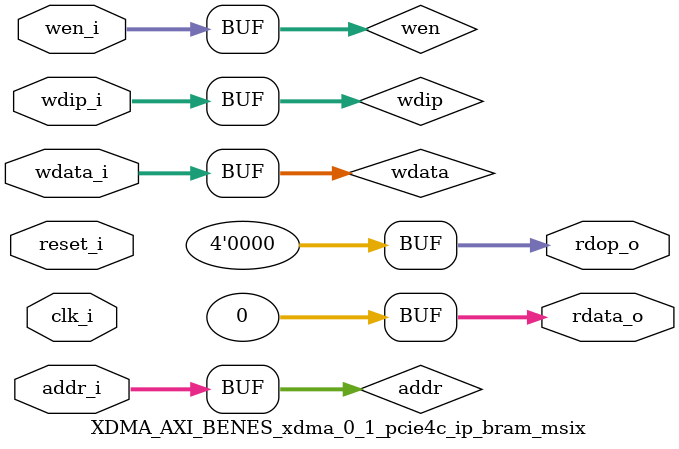
<source format=v>
`timescale 1ps/1ps

(* DowngradeIPIdentifiedWarnings = "yes" *)
module XDMA_AXI_BENES_xdma_0_1_pcie4c_ip_bram_msix #(

  parameter           TCQ = 100
, parameter           TO_RAM_PIPELINE="FALSE"
, parameter           FROM_RAM_PIPELINE="FALSE"
, parameter           MSIX_CAP_TABLE_SIZE=11'h0
, parameter           MSIX_TABLE_RAM_ENABLE="FALSE"

  ) (

  input  wire         clk_i,
  input  wire         reset_i,

  input  wire  [12:0] addr_i,
  input  wire  [31:0] wdata_i,
  input  wire   [3:0] wdip_i,
  input  wire   [3:0] wen_i,
  output wire  [31:0] rdata_o,
  output wire   [3:0] rdop_o

  );

  // WIP : Use Total number of functions (PFs + VFs) to calculate the NUM_BRAM_4K
  localparam integer NUM_BRAM_4K = (MSIX_TABLE_RAM_ENABLE == "TRUE") ? 8 : 0 ;
 

  reg          [12:0] addr;
  reg          [12:0] addr_p0;
  reg          [12:0] addr_p1;
  reg          [31:0] wdata;
  reg           [3:0] wdip;
  reg           [3:0] wen;
  reg          [31:0] reg_rdata;
  reg           [3:0] reg_rdop;
  wire         [31:0] rdata;
  wire          [3:0] rdop;
  genvar              i;
  wire    [(8*4)-1:0] bram_4k_wen;
  wire   [(8*32)-1:0] rdata_t;
  wire    [(8*4)-1:0] rdop_t;

  //
  // Optional input pipe stages
  //
  generate

    if (TO_RAM_PIPELINE == "TRUE") begin : TORAMPIPELINE

      always @(posedge clk_i) begin
     
        if (reset_i) begin

          addr <= #(TCQ) 13'b0;
          wdata <= #(TCQ) 32'b0;
          wdip <= #(TCQ) 4'b0;
          wen <= #(TCQ) 4'b0;

        end else begin

          addr <= #(TCQ) addr_i;
          wdata <= #(TCQ) wdata_i;
          wdip <= #(TCQ) wdip_i;
          wen <= #(TCQ) wen_i;

        end

      end

    end else begin : NOTORAMPIPELINE

      always @(*) begin

          addr = addr_i;
          wdata = wdata_i;
          wdip = wdip_i;
          wen = wen_i;

      end


    end

  endgenerate

  // 
  // Address pipeline
  //
  always @(posedge clk_i) begin
     
    if (reset_i) begin

      addr_p0 <= #(TCQ) 13'b0;
      addr_p1 <= #(TCQ) 13'b0;

    end else begin

      addr_p0 <= #(TCQ) addr;
      addr_p1 <= #(TCQ) addr_p0;

    end

  end

  //
  // Optional output pipe stages
  //
  generate

    if (FROM_RAM_PIPELINE == "TRUE") begin : FRMRAMPIPELINE


      always @(posedge clk_i) begin
     
        if (reset_i) begin

          reg_rdata <= #(TCQ) 32'b0;
          reg_rdop <= #(TCQ) 4'b0;

        end else begin

          case (addr_p1[12:10]) 
            3'b000 : begin
              reg_rdata <= #(TCQ) rdata_t[(32*(0))+31:(32*(0))+0];
              reg_rdop <= #(TCQ) rdop_t[(4*(0))+3:(4*(0))+0];
            end
            3'b001 : begin
              reg_rdata <= #(TCQ) rdata_t[(32*(1))+31:(32*(1))+0];
              reg_rdop <= #(TCQ) rdop_t[(4*(1))+3:(4*(1))+0];
            end
            3'b010 : begin
              reg_rdata <= #(TCQ) rdata_t[(32*(2))+31:(32*(2))+0];
              reg_rdop <= #(TCQ) rdop_t[(4*(2))+3:(4*(2))+0];
            end
            3'b011 : begin
              reg_rdata <= #(TCQ) rdata_t[(32*(3))+31:(32*(3))+0];
              reg_rdop <= #(TCQ) rdop_t[(4*(3))+3:(4*(3))+0];
            end
            3'b100 : begin
              reg_rdata <= #(TCQ) rdata_t[(32*(4))+31:(32*(4))+0];
              reg_rdop <= #(TCQ) rdop_t[(4*(4))+3:(4*(4))+0];
            end
            3'b101 : begin
              reg_rdata <= #(TCQ) rdata_t[(32*(5))+31:(32*(5))+0];
              reg_rdop <= #(TCQ) rdop_t[(4*(5))+3:(4*(5))+0];
            end
            3'b110 : begin
              reg_rdata <= #(TCQ) rdata_t[(32*(6))+31:(32*(6))+0];
              reg_rdop <= #(TCQ) rdop_t[(4*(6))+3:(4*(6))+0];
            end
            3'b111 : begin
              reg_rdata <= #(TCQ) rdata_t[(32*(7))+31:(32*(7))+0];
              reg_rdop <= #(TCQ) rdop_t[(4*(7))+3:(4*(7))+0];
            end
          endcase

        end

      end

    end else begin : NOFRMRAMPIPELINE

      always @(*) begin

          case (addr_p1[12:10]) 
            3'b000 : begin
              reg_rdata <= #(TCQ) rdata_t[(32*(0))+31:(32*(0))+0];
              reg_rdop <= #(TCQ) rdop_t[(4*(0))+3:(4*(0))+0];
            end
            3'b001 : begin
              reg_rdata <= #(TCQ) rdata_t[(32*(1))+31:(32*(1))+0];
              reg_rdop <= #(TCQ) rdop_t[(4*(1))+3:(4*(1))+0];
            end
            3'b010 : begin
              reg_rdata <= #(TCQ) rdata_t[(32*(2))+31:(32*(2))+0];
              reg_rdop <= #(TCQ) rdop_t[(4*(2))+3:(4*(2))+0];
            end
            3'b011 : begin
              reg_rdata <= #(TCQ) rdata_t[(32*(3))+31:(32*(3))+0];
              reg_rdop <= #(TCQ) rdop_t[(4*(3))+3:(4*(3))+0];
            end
            3'b100 : begin
              reg_rdata <= #(TCQ) rdata_t[(32*(4))+31:(32*(4))+0];
              reg_rdop <= #(TCQ) rdop_t[(4*(4))+3:(4*(4))+0];
            end
            3'b101 : begin
              reg_rdata <= #(TCQ) rdata_t[(32*(5))+31:(32*(5))+0];
              reg_rdop <= #(TCQ) rdop_t[(4*(5))+3:(4*(5))+0];
            end
            3'b110 : begin
              reg_rdata <= #(TCQ) rdata_t[(32*(6))+31:(32*(6))+0];
              reg_rdop <= #(TCQ) rdop_t[(4*(6))+3:(4*(6))+0];
            end
            3'b111 : begin
              reg_rdata <= #(TCQ) rdata_t[(32*(7))+31:(32*(7))+0];
              reg_rdop <= #(TCQ) rdop_t[(4*(7))+3:(4*(7))+0];
            end
          endcase

      end

    end
  
  endgenerate

  assign rdata_o = (MSIX_TABLE_RAM_ENABLE == "TRUE") ?  reg_rdata : 32'h0;
  assign rdop_o = (MSIX_TABLE_RAM_ENABLE == "TRUE") ? reg_rdop : 4'h0;

  generate 
  
    for (i=0; i<NUM_BRAM_4K; i=i+1) begin : BRAM4K

      XDMA_AXI_BENES_xdma_0_1_pcie4c_ip_bram_4k_int #(
          .TCQ(TCQ)
        )
        bram_4k_int (
    
          .clk_i (clk_i),
          .reset_i (reset_i),
    
          .addr_i(addr[9:0]),
          .wdata_i(wdata),
          .wdip_i(wdip),
          .wen_i(bram_4k_wen[(4*(i))+3:(4*(i))+0]),
          .rdata_o(rdata_t[(32*i)+31:(32*i)+0]),
          .rdop_o(rdop_t[(4*i)+3:(4*i)+0]),
          .baddr_i(10'b0),
          .brdata_o()

      );
      assign bram_4k_wen[(4*(i))+3:(4*(i))+0] = wen & {4{(i == addr[12:10])}};  
      
    end

  endgenerate

endmodule

</source>
